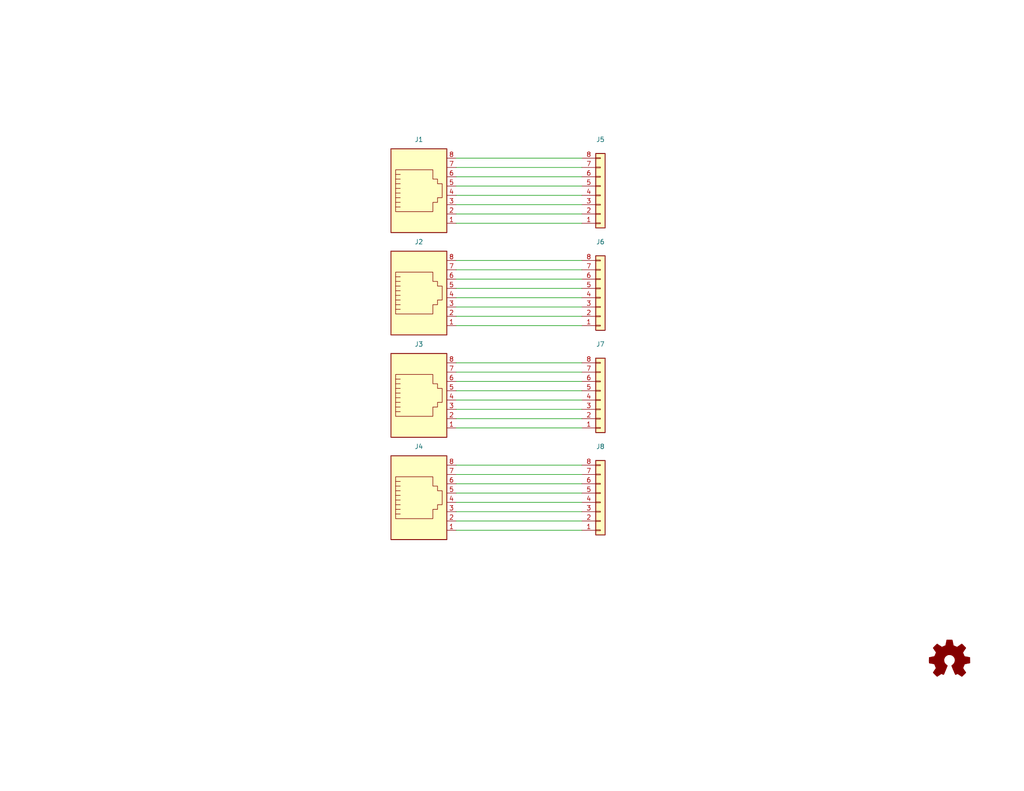
<source format=kicad_sch>
(kicad_sch (version 20211123) (generator eeschema)
  (paper "USLetter")
  (title_block (title "Tortoise Hub Board") (date "2022-02-13") (rev "A") (company "Wright Train Works"))
  (lib_symbols
    (symbol "Connector:RJ45" (pin_names (offset 1.016))
      (property "Reference" "J" (at -5.08 13.97 0))
      (property "Value" "RJ45" (at 2.54 13.97 0))
      (symbol "RJ45_0_1"
        (polyline (pts (xy -5.08 4.445) (xy -6.35 4.445)))
        (polyline (pts (xy -5.08 5.715) (xy -6.35 5.715)))
        (polyline (pts (xy -6.35 -3.175) (xy -5.08 -3.175) (xy -5.08 -3.175)))
        (polyline (pts (xy -6.35 -1.905) (xy -5.08 -1.905) (xy -5.08 -1.905)))
        (polyline (pts (xy -6.35 -0.635) (xy -5.08 -0.635) (xy -5.08 -0.635)))
        (polyline (pts (xy -6.35 0.635) (xy -5.08 0.635) (xy -5.08 0.635)))
        (polyline (pts (xy -6.35 1.905) (xy -5.08 1.905) (xy -5.08 1.905)))
        (polyline (pts (xy -5.08 3.175) (xy -6.35 3.175) (xy -6.35 3.175)))
        (polyline (pts (xy -6.35 -4.445) (xy -6.35 6.985) (xy 3.81 6.985) (xy 3.81 4.445) (xy 5.08 4.445) (xy 5.08 3.175) (xy 6.35 3.175) (xy 6.35 -0.635) (xy 5.08 -0.635) (xy 5.08 -1.905) (xy 3.81 -1.905) (xy 3.81 -4.445) (xy -6.35 -4.445) (xy -6.35 -4.445)))
        (rectangle (start 7.62 12.7) (end -7.62 -10.16) (stroke (width 0.254)) (fill (type background)))
      )
      (symbol "RJ45_1_1"
        (pin passive line (at 10.16 -7.62 180) (length 2.54) (name "~") (number "1"))
        (pin passive line (at 10.16 -5.08 180) (length 2.54) (name "~") (number "2"))
        (pin passive line (at 10.16 -2.54 180) (length 2.54) (name "~") (number "3"))
        (pin passive line (at 10.16 0 180) (length 2.54) (name "~") (number "4"))
        (pin passive line (at 10.16 2.54 180) (length 2.54) (name "~") (number "5"))
        (pin passive line (at 10.16 5.08 180) (length 2.54) (name "~") (number "6"))
        (pin passive line (at 10.16 7.62 180) (length 2.54) (name "~") (number "7"))
        (pin passive line (at 10.16 10.16 180) (length 2.54) (name "~") (number "8"))
      )
    )
    (symbol "Connector_Generic:Conn_01x08" (pin_names (offset 1.016) hide)
      (property "Reference" "J" (at 0 10.16 0))
      (property "Value" "Conn_01x08" (at 0 -12.7 0))
      (symbol "Conn_01x08_1_1"
        (rectangle (start -1.27 -10.033) (end 0 -10.287) (stroke (width 0.1524)))
        (rectangle (start -1.27 -7.493) (end 0 -7.747) (stroke (width 0.1524)))
        (rectangle (start -1.27 -4.953) (end 0 -5.207) (stroke (width 0.1524)))
        (rectangle (start -1.27 -2.413) (end 0 -2.667) (stroke (width 0.1524)))
        (rectangle (start -1.27 0.127) (end 0 -0.127) (stroke (width 0.1524)))
        (rectangle (start -1.27 2.667) (end 0 2.413) (stroke (width 0.1524)))
        (rectangle (start -1.27 5.207) (end 0 4.953) (stroke (width 0.1524)))
        (rectangle (start -1.27 7.747) (end 0 7.493) (stroke (width 0.1524)))
        (rectangle (start -1.27 8.89) (end 1.27 -11.43) (stroke (width 0.254)) (fill (type background)))
        (pin passive line (at -5.08 7.62 0) (length 3.81) (name "Pin_1") (number "1"))
        (pin passive line (at -5.08 5.08 0) (length 3.81) (name "Pin_2") (number "2"))
        (pin passive line (at -5.08 2.54 0) (length 3.81) (name "Pin_3") (number "3"))
        (pin passive line (at -5.08 0 0) (length 3.81) (name "Pin_4") (number "4"))
        (pin passive line (at -5.08 -2.54 0) (length 3.81) (name "Pin_5") (number "5"))
        (pin passive line (at -5.08 -5.08 0) (length 3.81) (name "Pin_6") (number "6"))
        (pin passive line (at -5.08 -7.62 0) (length 3.81) (name "Pin_7") (number "7"))
        (pin passive line (at -5.08 -10.16 0) (length 3.81) (name "Pin_8") (number "8"))
      )
    )
    (symbol "Graphic:Logo_Open_Hardware_Small" (pin_names (offset 1.016))
      (symbol "Logo_Open_Hardware_Small_0_1"
        (polyline (pts (xy 3.3528 -4.3434) (xy 3.302 -4.318) (xy 3.175 -4.2418) (xy 2.9972 -4.1148) (xy 2.7686 -3.9624) (xy 2.54 -3.81) (xy 2.3622 -3.7084) (xy 2.2352 -3.6068) (xy 2.1844 -3.5814) (xy 2.159 -3.6068) (xy 2.0574 -3.6576) (xy 1.905 -3.7338) (xy 1.8034 -3.7846) (xy 1.6764 -3.8354) (xy 1.6002 -3.8354) (xy 1.6002 -3.8354) (xy 1.5494 -3.7338) (xy 1.4732 -3.5306) (xy 1.3462 -3.302) (xy 1.2446 -3.0226) (xy 1.1176 -2.7178) (xy 0.9652 -2.413) (xy 0.8636 -2.1082) (xy 0.7366 -1.8288) (xy 0.6604 -1.6256) (xy 0.6096 -1.4732) (xy 0.5842 -1.397) (xy 0.5842 -1.397) (xy 0.6604 -1.3208) (xy 0.7874 -1.2446) (xy 1.0414 -1.016) (xy 1.2954 -0.6858) (xy 1.4478 -0.3302) (xy 1.524 0.0762) (xy 1.4732 0.4572) (xy 1.3208 0.8128) (xy 1.0668 1.143) (xy 0.762 1.3716) (xy 0.4064 1.524) (xy 0 1.5748) (xy -0.381 1.5494) (xy -0.7366 1.397) (xy -1.0668 1.143) (xy -1.2192 0.9906) (xy -1.397 0.6604) (xy -1.524 0.3048) (xy -1.524 0.2286) (xy -1.4986 -0.1778) (xy -1.397 -0.5334) (xy -1.1938 -0.8636) (xy -0.9144 -1.143) (xy -0.8636 -1.1684) (xy -0.7366 -1.27) (xy -0.635 -1.3462) (xy -0.5842 -1.397) (xy -1.0668 -2.5908) (xy -1.143 -2.794) (xy -1.2954 -3.1242) (xy -1.397 -3.4036) (xy -1.4986 -3.6322) (xy -1.5748 -3.7846) (xy -1.6002 -3.8354) (xy -1.6002 -3.8354) (xy -1.651 -3.8354) (xy -1.7272 -3.81) (xy -1.905 -3.7338) (xy -2.0066 -3.683) (xy -2.1336 -3.6068) (xy -2.2098 -3.5814) (xy -2.2606 -3.6068) (xy -2.3622 -3.683) (xy -2.54 -3.81) (xy -2.7686 -3.9624) (xy -2.9718 -4.0894) (xy -3.1496 -4.2164) (xy -3.302 -4.318) (xy -3.3528 -4.3434) (xy -3.3782 -4.3434) (xy -3.429 -4.318) (xy -3.5306 -4.2164) (xy -3.7084 -4.064) (xy -3.937 -3.8354) (xy -3.9624 -3.81) (xy -4.1656 -3.6068) (xy -4.318 -3.4544) (xy -4.4196 -3.3274) (xy -4.445 -3.2766) (xy -4.445 -3.2766) (xy -4.4196 -3.2258) (xy -4.318 -3.0734) (xy -4.2164 -2.8956) (xy -4.064 -2.667) (xy -3.6576 -2.0828) (xy -3.8862 -1.5494) (xy -3.937 -1.3716) (xy -4.0386 -1.1684) (xy -4.0894 -1.0414) (xy -4.1148 -0.9652) (xy -4.191 -0.9398) (xy -4.318 -0.9144) (xy -4.5466 -0.8636) (xy -4.8006 -0.8128) (xy -5.0546 -0.7874) (xy -5.2578 -0.7366) (xy -5.4356 -0.7112) (xy -5.5118 -0.6858) (xy -5.5118 -0.6858) (xy -5.5372 -0.635) (xy -5.5372 -0.5588) (xy -5.5372 -0.4318) (xy -5.5626 -0.2286) (xy -5.5626 0.0762) (xy -5.5626 0.127) (xy -5.5372 0.4064) (xy -5.5372 0.635) (xy -5.5372 0.762) (xy -5.5372 0.8382) (xy -5.5372 0.8382) (xy -5.461 0.8382) (xy -5.3086 0.889) (xy -5.08 0.9144) (xy -4.826 0.9652) (xy -4.8006 0.9906) (xy -4.5466 1.0414) (xy -4.318 1.0668) (xy -4.1656 1.1176) (xy -4.0894 1.143) (xy -4.0894 1.143) (xy -4.0386 1.2446) (xy -3.9624 1.4224) (xy -3.8608 1.6256) (xy -3.7846 1.8288) (xy -3.7084 2.0066) (xy -3.6576 2.159) (xy -3.6322 2.2098) (xy -3.6322 2.2098) (xy -3.683 2.286) (xy -3.7592 2.413) (xy -3.8862 2.5908) (xy -4.064 2.8194) (xy -4.064 2.8448) (xy -4.2164 3.0734) (xy -4.3434 3.2512) (xy -4.4196 3.3782) (xy -4.445 3.4544) (xy -4.445 3.4544) (xy -4.3942 3.5052) (xy -4.2926 3.6322) (xy -4.1148 3.81) (xy -3.937 4.0132) (xy -3.8608 4.064) (xy -3.6576 4.2926) (xy -3.5052 4.4196) (xy -3.4036 4.4958) (xy -3.3528 4.5212) (xy -3.3528 4.5212) (xy -3.302 4.4704) (xy -3.1496 4.3688) (xy -2.9718 4.2418) (xy -2.7432 4.0894) (xy -2.7178 4.0894) (xy -2.4892 3.937) (xy -2.3114 3.81) (xy -2.1844 3.7084) (xy -2.1336 3.683) (xy -2.1082 3.683) (xy -2.032 3.7084) (xy -1.8542 3.7592) (xy -1.6764 3.8354) (xy -1.4732 3.937) (xy -1.27 4.0132) (xy -1.143 4.064) (xy -1.0668 4.1148) (xy -1.0668 4.1148) (xy -1.0414 4.191) (xy -1.016 4.3434) (xy -0.9652 4.572) (xy -0.9144 4.8514) (xy -0.889 4.9022) (xy -0.8382 5.1562) (xy -0.8128 5.3848) (xy -0.7874 5.5372) (xy -0.762 5.588) (xy -0.7112 5.6134) (xy -0.5842 5.6134) (xy -0.4064 5.6134) (xy -0.1524 5.6134) (xy 0.0762 5.6134) (xy 0.3302 5.6134) (xy 0.5334 5.6134) (xy 0.6858 5.588) (xy 0.7366 5.588) (xy 0.7366 5.588) (xy 0.762 5.5118) (xy 0.8128 5.334) (xy 0.8382 5.1054) (xy 0.9144 4.826) (xy 0.9144 4.7752) (xy 0.9652 4.5212) (xy 1.016 4.2926) (xy 1.0414 4.1402) (xy 1.0668 4.0894) (xy 1.0668 4.0894) (xy 1.1938 4.0386) (xy 1.3716 3.9624) (xy 1.5748 3.8608) (xy 2.0828 3.6576) (xy 2.7178 4.0894) (xy 2.7686 4.1402) (xy 2.9972 4.2926) (xy 3.175 4.4196) (xy 3.302 4.4958) (xy 3.3782 4.5212) (xy 3.3782 4.5212) (xy 3.429 4.4704) (xy 3.556 4.3434) (xy 3.7338 4.191) (xy 3.9116 3.9878) (xy 4.064 3.8354) (xy 4.2418 3.6576) (xy 4.3434 3.556) (xy 4.4196 3.4798) (xy 4.4196 3.429) (xy 4.4196 3.4036) (xy 4.3942 3.3274) (xy 4.2926 3.2004) (xy 4.1656 2.9972) (xy 4.0132 2.794) (xy 3.8862 2.5908) (xy 3.7592 2.3876) (xy 3.6576 2.2352) (xy 3.6322 2.159) (xy 3.6322 2.1336) (xy 3.683 2.0066) (xy 3.7592 1.8288) (xy 3.8608 1.6002) (xy 4.064 1.1176) (xy 4.3942 1.0414) (xy 4.5974 1.016) (xy 4.8768 0.9652) (xy 5.1308 0.9144) (xy 5.5372 0.8382) (xy 5.5626 -0.6604) (xy 5.4864 -0.6858) (xy 5.4356 -0.6858) (xy 5.2832 -0.7366) (xy 5.0546 -0.762) (xy 4.8006 -0.8128) (xy 4.5974 -0.8636) (xy 4.3688 -0.9144) (xy 4.2164 -0.9398) (xy 4.1402 -0.9398) (xy 4.1148 -0.9652) (xy 4.064 -1.0668) (xy 3.9878 -1.2446) (xy 3.9116 -1.4478) (xy 3.81 -1.651) (xy 3.7338 -1.8542) (xy 3.683 -2.0066) (xy 3.6576 -2.0828) (xy 3.683 -2.1336) (xy 3.7846 -2.2606) (xy 3.8862 -2.4638) (xy 4.0386 -2.667) (xy 4.191 -2.8956) (xy 4.318 -3.0734) (xy 4.3942 -3.2004) (xy 4.445 -3.2766) (xy 4.4196 -3.3274) (xy 4.3434 -3.429) (xy 4.1656 -3.5814) (xy 3.937 -3.8354) (xy 3.8862 -3.8608) (xy 3.683 -4.064) (xy 3.5306 -4.2164) (xy 3.4036 -4.318) (xy 3.3528 -4.3434)) (fill (type outline)))
      )
    )
  )
  (wire (pts (xy 124.46 111.76) (xy 158.75 111.76)))
  (wire (pts (xy 124.46 99.06) (xy 158.75 99.06)))
  (wire (pts (xy 124.46 116.84) (xy 158.75 116.84)))
  (wire (pts (xy 124.46 83.82) (xy 158.75 83.82)))
  (wire (pts (xy 124.46 101.6) (xy 158.75 101.6)))
  (wire (pts (xy 124.46 142.24) (xy 158.75 142.24)))
  (wire (pts (xy 124.46 73.66) (xy 158.75 73.66)))
  (wire (pts (xy 124.46 129.54) (xy 158.75 129.54)))
  (wire (pts (xy 124.46 55.88) (xy 158.75 55.88)))
  (wire (pts (xy 124.46 43.18) (xy 158.75 43.18)))
  (wire (pts (xy 124.46 58.42) (xy 158.75 58.42)))
  (wire (pts (xy 124.46 104.14) (xy 158.75 104.14)))
  (wire (pts (xy 124.46 48.26) (xy 158.75 48.26)))
  (wire (pts (xy 124.46 134.62) (xy 158.75 134.62)))
  (wire (pts (xy 124.46 137.16) (xy 158.75 137.16)))
  (wire (pts (xy 124.46 144.78) (xy 158.75 144.78)))
  (wire (pts (xy 124.46 132.08) (xy 158.75 132.08)))
  (wire (pts (xy 124.46 127) (xy 158.75 127)))
  (wire (pts (xy 124.46 78.74) (xy 158.75 78.74)))
  (wire (pts (xy 124.46 60.96) (xy 158.75 60.96)))
  (wire (pts (xy 124.46 139.7) (xy 158.75 139.7)))
  (wire (pts (xy 124.46 88.9) (xy 158.75 88.9)))
  (wire (pts (xy 124.46 114.3) (xy 158.75 114.3)))
  (wire (pts (xy 124.46 53.34) (xy 158.75 53.34)))
  (wire (pts (xy 124.46 86.36) (xy 158.75 86.36)))
  (wire (pts (xy 124.46 76.2) (xy 158.75 76.2)))
  (wire (pts (xy 124.46 45.72) (xy 158.75 45.72)))
  (wire (pts (xy 124.46 71.12) (xy 158.75 71.12)))
  (wire (pts (xy 124.46 50.8) (xy 158.75 50.8)))
  (wire (pts (xy 124.46 106.68) (xy 158.75 106.68)))
  (wire (pts (xy 124.46 81.28) (xy 158.75 81.28)))
  (wire (pts (xy 124.46 109.22) (xy 158.75 109.22)))
  (symbol (lib_id "Connector:RJ45") (at 114.3 109.22 0) (unit 1)
    (property "Reference" "J3" (at 114.3 93.98 0))
    (property "Value" "RJ45" (effects hide))
    (property "Footprint" "TE-5556416-1:TE-5556416-1" (effects hide))
  )
  (symbol (lib_id "Graphic:Logo_Open_Hardware_Small") (at 259.08 180.34 0) (unit 1)
    (property "Reference" "#LOGO1" (effects hide))
    (property "Value" "Logo_Open_Hardware_Small" (effects hide))
  )
  (symbol (lib_id "Connector_Generic:Conn_01x08") (at 163.83 109.22 0) (mirror x) (unit 1)
    (property "Reference" "J7" (at 163.83 93.98 0))
    (property "Value" "Conn_01x08" (effects hide))
    (property "Footprint" "TerminalBlock_Phoenix:TerminalBlock_Phoenix_PT-1,5-8-5.0-H_1x08_P5.00mm_Horizontal" (effects hide))
  )
  (symbol (lib_id "Connector_Generic:Conn_01x08") (at 163.83 81.28 0) (mirror x) (unit 1)
    (property "Reference" "J6" (at 163.83 66.04 0))
    (property "Value" "Conn_01x08" (effects hide))
    (property "Footprint" "TerminalBlock_Phoenix:TerminalBlock_Phoenix_PT-1,5-8-5.0-H_1x08_P5.00mm_Horizontal" (effects hide))
  )
  (symbol (lib_id "Connector_Generic:Conn_01x08") (at 163.83 137.16 0) (mirror x) (unit 1)
    (property "Reference" "J8" (at 163.83 121.92 0))
    (property "Value" "Conn_01x08" (effects hide))
    (property "Footprint" "TerminalBlock_Phoenix:TerminalBlock_Phoenix_PT-1,5-8-5.0-H_1x08_P5.00mm_Horizontal" (effects hide))
  )
  (symbol (lib_id "Connector:RJ45") (at 114.3 137.16 0) (unit 1)
    (property "Reference" "J4" (at 114.3 121.92 0))
    (property "Value" "RJ45" (effects hide))
    (property "Footprint" "TE-5556416-1:TE-5556416-1" (effects hide))
  )
  (symbol (lib_id "Connector_Generic:Conn_01x08") (at 163.83 53.34 0) (mirror x) (unit 1)
    (property "Reference" "J5" (at 163.83 38.1 0))
    (property "Value" "Conn_01x08" (effects hide))
    (property "Footprint" "TerminalBlock_Phoenix:TerminalBlock_Phoenix_PT-1,5-8-5.0-H_1x08_P5.00mm_Horizontal" (effects hide))
  )
  (symbol (lib_id "Connector:RJ45") (at 114.3 53.34 0) (unit 1)
    (property "Reference" "J1" (at 114.3 38.1 0))
    (property "Value" "RJ45" (effects hide))
    (property "Footprint" "TE-5556416-1:TE-5556416-1" (effects hide))
  )
  (symbol (lib_id "Connector:RJ45") (at 114.3 81.28 0) (unit 1)
    (property "Reference" "J2" (at 114.3 66.04 0))
    (property "Value" "RJ45" (effects hide))
    (property "Footprint" "TE-5556416-1:TE-5556416-1" (effects hide))
  )
)
</source>
